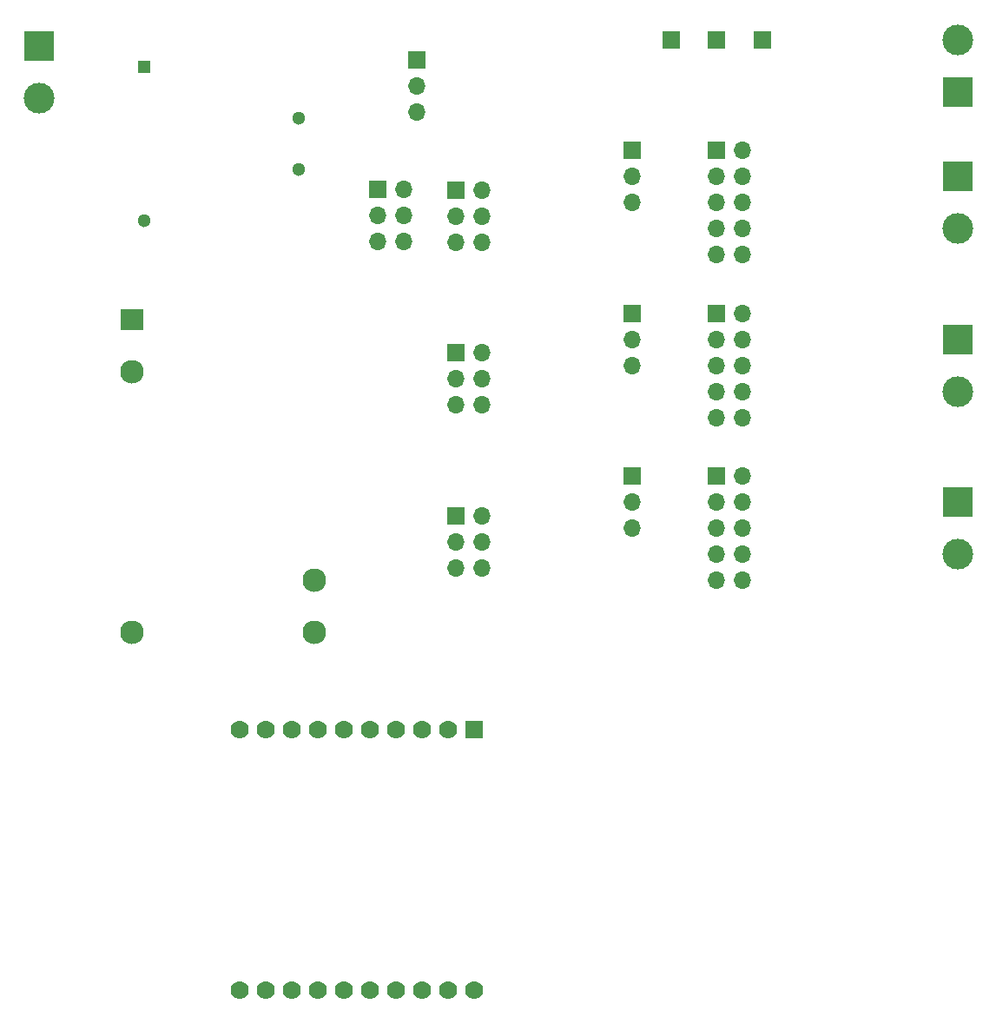
<source format=gbs>
G04 #@! TF.GenerationSoftware,KiCad,Pcbnew,(6.0.0)*
G04 #@! TF.CreationDate,2022-11-23T20:41:05+01:00*
G04 #@! TF.ProjectId,prototype-3,70726f74-6f74-4797-9065-2d332e6b6963,rev?*
G04 #@! TF.SameCoordinates,Original*
G04 #@! TF.FileFunction,Soldermask,Bot*
G04 #@! TF.FilePolarity,Negative*
%FSLAX46Y46*%
G04 Gerber Fmt 4.6, Leading zero omitted, Abs format (unit mm)*
G04 Created by KiCad (PCBNEW (6.0.0)) date 2022-11-23 20:41:05*
%MOMM*%
%LPD*%
G01*
G04 APERTURE LIST*
%ADD10R,1.700000X1.700000*%
%ADD11O,1.700000X1.700000*%
%ADD12R,3.000000X3.000000*%
%ADD13C,3.000000*%
%ADD14R,1.778000X1.778000*%
%ADD15C,1.778000*%
%ADD16R,1.300000X1.300000*%
%ADD17C,1.300000*%
%ADD18R,2.300000X2.000000*%
%ADD19C,2.300000*%
G04 APERTURE END LIST*
D10*
X138430000Y-68580000D03*
D11*
X140970000Y-68580000D03*
X138430000Y-71120000D03*
X140970000Y-71120000D03*
X138430000Y-73660000D03*
X140970000Y-73660000D03*
D10*
X142240000Y-55895000D03*
D11*
X142240000Y-58435000D03*
X142240000Y-60975000D03*
D12*
X194945000Y-99060000D03*
D13*
X194945000Y-104140000D03*
D10*
X171450000Y-96520000D03*
D11*
X173990000Y-96520000D03*
X171450000Y-99060000D03*
X173990000Y-99060000D03*
X171450000Y-101600000D03*
X173990000Y-101600000D03*
X171450000Y-104140000D03*
X173990000Y-104140000D03*
X171450000Y-106680000D03*
X173990000Y-106680000D03*
D10*
X146045000Y-84470000D03*
D11*
X148585000Y-84470000D03*
X146045000Y-87010000D03*
X148585000Y-87010000D03*
X146045000Y-89550000D03*
X148585000Y-89550000D03*
D10*
X146045000Y-100345000D03*
D11*
X148585000Y-100345000D03*
X146045000Y-102885000D03*
X148585000Y-102885000D03*
X146045000Y-105425000D03*
X148585000Y-105425000D03*
D10*
X163195000Y-64770000D03*
D11*
X163195000Y-67310000D03*
X163195000Y-69850000D03*
D10*
X163195000Y-96520000D03*
D11*
X163195000Y-99060000D03*
X163195000Y-101600000D03*
D14*
X147825000Y-121245000D03*
D15*
X145285000Y-121245000D03*
X142745000Y-121245000D03*
X140205000Y-121245000D03*
X137665000Y-121245000D03*
X135125000Y-121245000D03*
X132585000Y-121245000D03*
X130045000Y-121245000D03*
X127505000Y-121245000D03*
X124965000Y-121245000D03*
X124965000Y-146645000D03*
X127505000Y-146645000D03*
X130045000Y-146645000D03*
X132585000Y-146645000D03*
X135125000Y-146645000D03*
X137665000Y-146645000D03*
X140205000Y-146645000D03*
X142745000Y-146645000D03*
X145285000Y-146645000D03*
X147825000Y-146645000D03*
D16*
X115690000Y-56635000D03*
D17*
X115690000Y-71635000D03*
X130690000Y-61635000D03*
X130690000Y-66635000D03*
D10*
X171450000Y-80645000D03*
D11*
X173990000Y-80645000D03*
X171450000Y-83185000D03*
X173990000Y-83185000D03*
X171450000Y-85725000D03*
X173990000Y-85725000D03*
X171450000Y-88265000D03*
X173990000Y-88265000D03*
X171450000Y-90805000D03*
X173990000Y-90805000D03*
D10*
X175895000Y-53975000D03*
D12*
X194945000Y-83185000D03*
D13*
X194945000Y-88265000D03*
D10*
X167005000Y-53975000D03*
X171450000Y-64770000D03*
D11*
X173990000Y-64770000D03*
X171450000Y-67310000D03*
X173990000Y-67310000D03*
X171450000Y-69850000D03*
X173990000Y-69850000D03*
X171450000Y-72390000D03*
X173990000Y-72390000D03*
X171450000Y-74930000D03*
X173990000Y-74930000D03*
D10*
X163195000Y-80645000D03*
D11*
X163195000Y-83185000D03*
X163195000Y-85725000D03*
D10*
X171450000Y-53975000D03*
D12*
X194945000Y-67310000D03*
D13*
X194945000Y-72390000D03*
D10*
X146045000Y-68595000D03*
D11*
X148585000Y-68595000D03*
X146045000Y-71135000D03*
X148585000Y-71135000D03*
X146045000Y-73675000D03*
X148585000Y-73675000D03*
D12*
X194945000Y-59055000D03*
D13*
X194945000Y-53975000D03*
D18*
X114442500Y-81280000D03*
D19*
X114442500Y-86360000D03*
X114442500Y-111760000D03*
X132222500Y-111760000D03*
X132222500Y-106680000D03*
D12*
X105410000Y-54610000D03*
D13*
X105410000Y-59690000D03*
M02*

</source>
